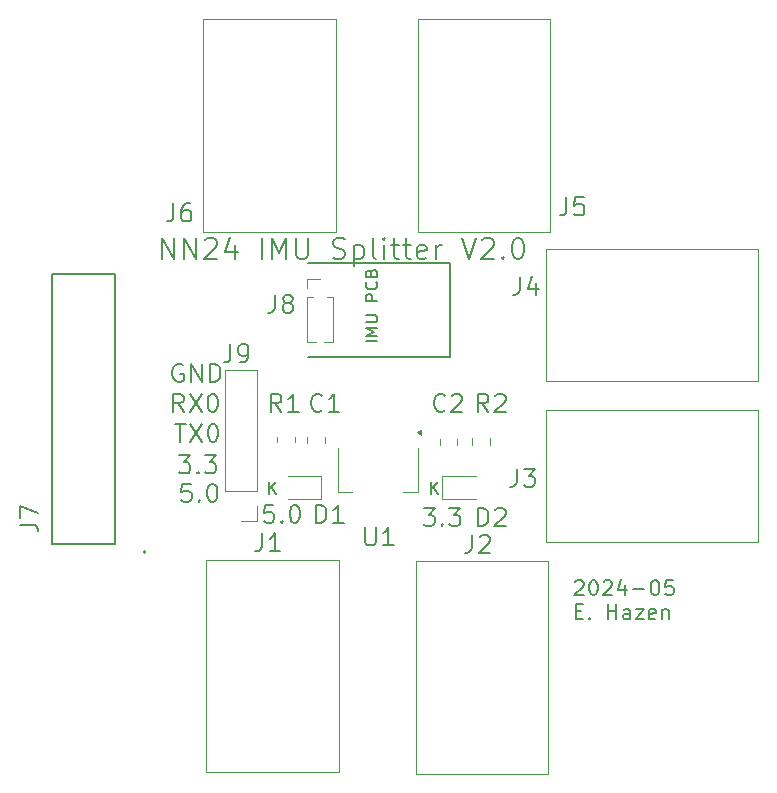
<source format=gbr>
%TF.GenerationSoftware,KiCad,Pcbnew,8.0.1-8.0.1-1~ubuntu22.04.1*%
%TF.CreationDate,2024-05-08T14:36:01-04:00*%
%TF.ProjectId,imu-splitter,696d752d-7370-46c6-9974-7465722e6b69,rev?*%
%TF.SameCoordinates,Original*%
%TF.FileFunction,Legend,Top*%
%TF.FilePolarity,Positive*%
%FSLAX46Y46*%
G04 Gerber Fmt 4.6, Leading zero omitted, Abs format (unit mm)*
G04 Created by KiCad (PCBNEW 8.0.1-8.0.1-1~ubuntu22.04.1) date 2024-05-08 14:36:01*
%MOMM*%
%LPD*%
G01*
G04 APERTURE LIST*
%ADD10C,0.150000*%
%ADD11C,0.203200*%
%ADD12C,0.152400*%
%ADD13C,0.100000*%
%ADD14C,0.120000*%
%ADD15C,0.200000*%
G04 APERTURE END LIST*
D10*
X196091000Y-98486000D02*
X184091000Y-98486000D01*
X196091000Y-90486000D02*
X196091000Y-98486000D01*
X184091000Y-90486000D02*
X196091000Y-90486000D01*
D11*
X172843826Y-104146924D02*
X173714684Y-104146924D01*
X173279255Y-105670924D02*
X173279255Y-104146924D01*
X174077541Y-104146924D02*
X175093541Y-105670924D01*
X175093541Y-104146924D02*
X174077541Y-105670924D01*
X175964398Y-104146924D02*
X176109541Y-104146924D01*
X176109541Y-104146924D02*
X176254684Y-104219495D01*
X176254684Y-104219495D02*
X176327256Y-104292067D01*
X176327256Y-104292067D02*
X176399827Y-104437210D01*
X176399827Y-104437210D02*
X176472398Y-104727495D01*
X176472398Y-104727495D02*
X176472398Y-105090353D01*
X176472398Y-105090353D02*
X176399827Y-105380638D01*
X176399827Y-105380638D02*
X176327256Y-105525781D01*
X176327256Y-105525781D02*
X176254684Y-105598353D01*
X176254684Y-105598353D02*
X176109541Y-105670924D01*
X176109541Y-105670924D02*
X175964398Y-105670924D01*
X175964398Y-105670924D02*
X175819256Y-105598353D01*
X175819256Y-105598353D02*
X175746684Y-105525781D01*
X175746684Y-105525781D02*
X175674113Y-105380638D01*
X175674113Y-105380638D02*
X175601541Y-105090353D01*
X175601541Y-105090353D02*
X175601541Y-104727495D01*
X175601541Y-104727495D02*
X175674113Y-104437210D01*
X175674113Y-104437210D02*
X175746684Y-104292067D01*
X175746684Y-104292067D02*
X175819256Y-104219495D01*
X175819256Y-104219495D02*
X175964398Y-104146924D01*
X173170398Y-106813924D02*
X174113826Y-106813924D01*
X174113826Y-106813924D02*
X173605826Y-107394495D01*
X173605826Y-107394495D02*
X173823541Y-107394495D01*
X173823541Y-107394495D02*
X173968684Y-107467067D01*
X173968684Y-107467067D02*
X174041255Y-107539638D01*
X174041255Y-107539638D02*
X174113826Y-107684781D01*
X174113826Y-107684781D02*
X174113826Y-108047638D01*
X174113826Y-108047638D02*
X174041255Y-108192781D01*
X174041255Y-108192781D02*
X173968684Y-108265353D01*
X173968684Y-108265353D02*
X173823541Y-108337924D01*
X173823541Y-108337924D02*
X173388112Y-108337924D01*
X173388112Y-108337924D02*
X173242969Y-108265353D01*
X173242969Y-108265353D02*
X173170398Y-108192781D01*
X174766970Y-108192781D02*
X174839541Y-108265353D01*
X174839541Y-108265353D02*
X174766970Y-108337924D01*
X174766970Y-108337924D02*
X174694398Y-108265353D01*
X174694398Y-108265353D02*
X174766970Y-108192781D01*
X174766970Y-108192781D02*
X174766970Y-108337924D01*
X175347541Y-106813924D02*
X176290969Y-106813924D01*
X176290969Y-106813924D02*
X175782969Y-107394495D01*
X175782969Y-107394495D02*
X176000684Y-107394495D01*
X176000684Y-107394495D02*
X176145827Y-107467067D01*
X176145827Y-107467067D02*
X176218398Y-107539638D01*
X176218398Y-107539638D02*
X176290969Y-107684781D01*
X176290969Y-107684781D02*
X176290969Y-108047638D01*
X176290969Y-108047638D02*
X176218398Y-108192781D01*
X176218398Y-108192781D02*
X176145827Y-108265353D01*
X176145827Y-108265353D02*
X176000684Y-108337924D01*
X176000684Y-108337924D02*
X175565255Y-108337924D01*
X175565255Y-108337924D02*
X175420112Y-108265353D01*
X175420112Y-108265353D02*
X175347541Y-108192781D01*
X173478826Y-99139495D02*
X173333684Y-99066924D01*
X173333684Y-99066924D02*
X173115969Y-99066924D01*
X173115969Y-99066924D02*
X172898255Y-99139495D01*
X172898255Y-99139495D02*
X172753112Y-99284638D01*
X172753112Y-99284638D02*
X172680541Y-99429781D01*
X172680541Y-99429781D02*
X172607969Y-99720067D01*
X172607969Y-99720067D02*
X172607969Y-99937781D01*
X172607969Y-99937781D02*
X172680541Y-100228067D01*
X172680541Y-100228067D02*
X172753112Y-100373210D01*
X172753112Y-100373210D02*
X172898255Y-100518353D01*
X172898255Y-100518353D02*
X173115969Y-100590924D01*
X173115969Y-100590924D02*
X173261112Y-100590924D01*
X173261112Y-100590924D02*
X173478826Y-100518353D01*
X173478826Y-100518353D02*
X173551398Y-100445781D01*
X173551398Y-100445781D02*
X173551398Y-99937781D01*
X173551398Y-99937781D02*
X173261112Y-99937781D01*
X174204541Y-100590924D02*
X174204541Y-99066924D01*
X174204541Y-99066924D02*
X175075398Y-100590924D01*
X175075398Y-100590924D02*
X175075398Y-99066924D01*
X175801112Y-100590924D02*
X175801112Y-99066924D01*
X175801112Y-99066924D02*
X176163969Y-99066924D01*
X176163969Y-99066924D02*
X176381683Y-99139495D01*
X176381683Y-99139495D02*
X176526826Y-99284638D01*
X176526826Y-99284638D02*
X176599397Y-99429781D01*
X176599397Y-99429781D02*
X176671969Y-99720067D01*
X176671969Y-99720067D02*
X176671969Y-99937781D01*
X176671969Y-99937781D02*
X176599397Y-100228067D01*
X176599397Y-100228067D02*
X176526826Y-100373210D01*
X176526826Y-100373210D02*
X176381683Y-100518353D01*
X176381683Y-100518353D02*
X176163969Y-100590924D01*
X176163969Y-100590924D02*
X175801112Y-100590924D01*
X173551398Y-103130924D02*
X173043398Y-102405210D01*
X172680541Y-103130924D02*
X172680541Y-101606924D01*
X172680541Y-101606924D02*
X173261112Y-101606924D01*
X173261112Y-101606924D02*
X173406255Y-101679495D01*
X173406255Y-101679495D02*
X173478826Y-101752067D01*
X173478826Y-101752067D02*
X173551398Y-101897210D01*
X173551398Y-101897210D02*
X173551398Y-102114924D01*
X173551398Y-102114924D02*
X173478826Y-102260067D01*
X173478826Y-102260067D02*
X173406255Y-102332638D01*
X173406255Y-102332638D02*
X173261112Y-102405210D01*
X173261112Y-102405210D02*
X172680541Y-102405210D01*
X174059398Y-101606924D02*
X175075398Y-103130924D01*
X175075398Y-101606924D02*
X174059398Y-103130924D01*
X175946255Y-101606924D02*
X176091398Y-101606924D01*
X176091398Y-101606924D02*
X176236541Y-101679495D01*
X176236541Y-101679495D02*
X176309113Y-101752067D01*
X176309113Y-101752067D02*
X176381684Y-101897210D01*
X176381684Y-101897210D02*
X176454255Y-102187495D01*
X176454255Y-102187495D02*
X176454255Y-102550353D01*
X176454255Y-102550353D02*
X176381684Y-102840638D01*
X176381684Y-102840638D02*
X176309113Y-102985781D01*
X176309113Y-102985781D02*
X176236541Y-103058353D01*
X176236541Y-103058353D02*
X176091398Y-103130924D01*
X176091398Y-103130924D02*
X175946255Y-103130924D01*
X175946255Y-103130924D02*
X175801113Y-103058353D01*
X175801113Y-103058353D02*
X175728541Y-102985781D01*
X175728541Y-102985781D02*
X175655970Y-102840638D01*
X175655970Y-102840638D02*
X175583398Y-102550353D01*
X175583398Y-102550353D02*
X175583398Y-102187495D01*
X175583398Y-102187495D02*
X175655970Y-101897210D01*
X175655970Y-101897210D02*
X175728541Y-101752067D01*
X175728541Y-101752067D02*
X175801113Y-101679495D01*
X175801113Y-101679495D02*
X175946255Y-101606924D01*
D10*
X180775779Y-110055819D02*
X180775779Y-109055819D01*
X181347207Y-110055819D02*
X180918636Y-109484390D01*
X181347207Y-109055819D02*
X180775779Y-109627247D01*
D11*
X193871398Y-111258924D02*
X194814826Y-111258924D01*
X194814826Y-111258924D02*
X194306826Y-111839495D01*
X194306826Y-111839495D02*
X194524541Y-111839495D01*
X194524541Y-111839495D02*
X194669684Y-111912067D01*
X194669684Y-111912067D02*
X194742255Y-111984638D01*
X194742255Y-111984638D02*
X194814826Y-112129781D01*
X194814826Y-112129781D02*
X194814826Y-112492638D01*
X194814826Y-112492638D02*
X194742255Y-112637781D01*
X194742255Y-112637781D02*
X194669684Y-112710353D01*
X194669684Y-112710353D02*
X194524541Y-112782924D01*
X194524541Y-112782924D02*
X194089112Y-112782924D01*
X194089112Y-112782924D02*
X193943969Y-112710353D01*
X193943969Y-112710353D02*
X193871398Y-112637781D01*
X195467970Y-112637781D02*
X195540541Y-112710353D01*
X195540541Y-112710353D02*
X195467970Y-112782924D01*
X195467970Y-112782924D02*
X195395398Y-112710353D01*
X195395398Y-112710353D02*
X195467970Y-112637781D01*
X195467970Y-112637781D02*
X195467970Y-112782924D01*
X196048541Y-111258924D02*
X196991969Y-111258924D01*
X196991969Y-111258924D02*
X196483969Y-111839495D01*
X196483969Y-111839495D02*
X196701684Y-111839495D01*
X196701684Y-111839495D02*
X196846827Y-111912067D01*
X196846827Y-111912067D02*
X196919398Y-111984638D01*
X196919398Y-111984638D02*
X196991969Y-112129781D01*
X196991969Y-112129781D02*
X196991969Y-112492638D01*
X196991969Y-112492638D02*
X196919398Y-112637781D01*
X196919398Y-112637781D02*
X196846827Y-112710353D01*
X196846827Y-112710353D02*
X196701684Y-112782924D01*
X196701684Y-112782924D02*
X196266255Y-112782924D01*
X196266255Y-112782924D02*
X196121112Y-112710353D01*
X196121112Y-112710353D02*
X196048541Y-112637781D01*
X171725017Y-90145840D02*
X171725017Y-88367840D01*
X171725017Y-88367840D02*
X172741017Y-90145840D01*
X172741017Y-90145840D02*
X172741017Y-88367840D01*
X173587684Y-90145840D02*
X173587684Y-88367840D01*
X173587684Y-88367840D02*
X174603684Y-90145840D01*
X174603684Y-90145840D02*
X174603684Y-88367840D01*
X175365684Y-88537174D02*
X175450351Y-88452507D01*
X175450351Y-88452507D02*
X175619684Y-88367840D01*
X175619684Y-88367840D02*
X176043018Y-88367840D01*
X176043018Y-88367840D02*
X176212351Y-88452507D01*
X176212351Y-88452507D02*
X176297018Y-88537174D01*
X176297018Y-88537174D02*
X176381684Y-88706507D01*
X176381684Y-88706507D02*
X176381684Y-88875840D01*
X176381684Y-88875840D02*
X176297018Y-89129840D01*
X176297018Y-89129840D02*
X175281018Y-90145840D01*
X175281018Y-90145840D02*
X176381684Y-90145840D01*
X177905684Y-88960507D02*
X177905684Y-90145840D01*
X177482351Y-88283174D02*
X177059017Y-89553174D01*
X177059017Y-89553174D02*
X178159684Y-89553174D01*
X180191684Y-90145840D02*
X180191684Y-88367840D01*
X181038351Y-90145840D02*
X181038351Y-88367840D01*
X181038351Y-88367840D02*
X181631018Y-89637840D01*
X181631018Y-89637840D02*
X182223684Y-88367840D01*
X182223684Y-88367840D02*
X182223684Y-90145840D01*
X183070351Y-88367840D02*
X183070351Y-89807174D01*
X183070351Y-89807174D02*
X183155018Y-89976507D01*
X183155018Y-89976507D02*
X183239684Y-90061174D01*
X183239684Y-90061174D02*
X183409018Y-90145840D01*
X183409018Y-90145840D02*
X183747684Y-90145840D01*
X183747684Y-90145840D02*
X183917018Y-90061174D01*
X183917018Y-90061174D02*
X184001684Y-89976507D01*
X184001684Y-89976507D02*
X184086351Y-89807174D01*
X184086351Y-89807174D02*
X184086351Y-88367840D01*
X186203018Y-90061174D02*
X186457018Y-90145840D01*
X186457018Y-90145840D02*
X186880352Y-90145840D01*
X186880352Y-90145840D02*
X187049685Y-90061174D01*
X187049685Y-90061174D02*
X187134352Y-89976507D01*
X187134352Y-89976507D02*
X187219018Y-89807174D01*
X187219018Y-89807174D02*
X187219018Y-89637840D01*
X187219018Y-89637840D02*
X187134352Y-89468507D01*
X187134352Y-89468507D02*
X187049685Y-89383840D01*
X187049685Y-89383840D02*
X186880352Y-89299174D01*
X186880352Y-89299174D02*
X186541685Y-89214507D01*
X186541685Y-89214507D02*
X186372352Y-89129840D01*
X186372352Y-89129840D02*
X186287685Y-89045174D01*
X186287685Y-89045174D02*
X186203018Y-88875840D01*
X186203018Y-88875840D02*
X186203018Y-88706507D01*
X186203018Y-88706507D02*
X186287685Y-88537174D01*
X186287685Y-88537174D02*
X186372352Y-88452507D01*
X186372352Y-88452507D02*
X186541685Y-88367840D01*
X186541685Y-88367840D02*
X186965018Y-88367840D01*
X186965018Y-88367840D02*
X187219018Y-88452507D01*
X187981018Y-88960507D02*
X187981018Y-90738507D01*
X187981018Y-89045174D02*
X188150351Y-88960507D01*
X188150351Y-88960507D02*
X188489018Y-88960507D01*
X188489018Y-88960507D02*
X188658351Y-89045174D01*
X188658351Y-89045174D02*
X188743018Y-89129840D01*
X188743018Y-89129840D02*
X188827685Y-89299174D01*
X188827685Y-89299174D02*
X188827685Y-89807174D01*
X188827685Y-89807174D02*
X188743018Y-89976507D01*
X188743018Y-89976507D02*
X188658351Y-90061174D01*
X188658351Y-90061174D02*
X188489018Y-90145840D01*
X188489018Y-90145840D02*
X188150351Y-90145840D01*
X188150351Y-90145840D02*
X187981018Y-90061174D01*
X189843685Y-90145840D02*
X189674352Y-90061174D01*
X189674352Y-90061174D02*
X189589685Y-89891840D01*
X189589685Y-89891840D02*
X189589685Y-88367840D01*
X190521018Y-90145840D02*
X190521018Y-88960507D01*
X190521018Y-88367840D02*
X190436351Y-88452507D01*
X190436351Y-88452507D02*
X190521018Y-88537174D01*
X190521018Y-88537174D02*
X190605685Y-88452507D01*
X190605685Y-88452507D02*
X190521018Y-88367840D01*
X190521018Y-88367840D02*
X190521018Y-88537174D01*
X191113685Y-88960507D02*
X191791018Y-88960507D01*
X191367685Y-88367840D02*
X191367685Y-89891840D01*
X191367685Y-89891840D02*
X191452352Y-90061174D01*
X191452352Y-90061174D02*
X191621685Y-90145840D01*
X191621685Y-90145840D02*
X191791018Y-90145840D01*
X192129685Y-88960507D02*
X192807018Y-88960507D01*
X192383685Y-88367840D02*
X192383685Y-89891840D01*
X192383685Y-89891840D02*
X192468352Y-90061174D01*
X192468352Y-90061174D02*
X192637685Y-90145840D01*
X192637685Y-90145840D02*
X192807018Y-90145840D01*
X194077018Y-90061174D02*
X193907685Y-90145840D01*
X193907685Y-90145840D02*
X193569018Y-90145840D01*
X193569018Y-90145840D02*
X193399685Y-90061174D01*
X193399685Y-90061174D02*
X193315018Y-89891840D01*
X193315018Y-89891840D02*
X193315018Y-89214507D01*
X193315018Y-89214507D02*
X193399685Y-89045174D01*
X193399685Y-89045174D02*
X193569018Y-88960507D01*
X193569018Y-88960507D02*
X193907685Y-88960507D01*
X193907685Y-88960507D02*
X194077018Y-89045174D01*
X194077018Y-89045174D02*
X194161685Y-89214507D01*
X194161685Y-89214507D02*
X194161685Y-89383840D01*
X194161685Y-89383840D02*
X193315018Y-89553174D01*
X194923685Y-90145840D02*
X194923685Y-88960507D01*
X194923685Y-89299174D02*
X195008352Y-89129840D01*
X195008352Y-89129840D02*
X195093018Y-89045174D01*
X195093018Y-89045174D02*
X195262352Y-88960507D01*
X195262352Y-88960507D02*
X195431685Y-88960507D01*
X197125019Y-88367840D02*
X197717686Y-90145840D01*
X197717686Y-90145840D02*
X198310352Y-88367840D01*
X198818352Y-88537174D02*
X198903019Y-88452507D01*
X198903019Y-88452507D02*
X199072352Y-88367840D01*
X199072352Y-88367840D02*
X199495686Y-88367840D01*
X199495686Y-88367840D02*
X199665019Y-88452507D01*
X199665019Y-88452507D02*
X199749686Y-88537174D01*
X199749686Y-88537174D02*
X199834352Y-88706507D01*
X199834352Y-88706507D02*
X199834352Y-88875840D01*
X199834352Y-88875840D02*
X199749686Y-89129840D01*
X199749686Y-89129840D02*
X198733686Y-90145840D01*
X198733686Y-90145840D02*
X199834352Y-90145840D01*
X200596352Y-89976507D02*
X200681019Y-90061174D01*
X200681019Y-90061174D02*
X200596352Y-90145840D01*
X200596352Y-90145840D02*
X200511685Y-90061174D01*
X200511685Y-90061174D02*
X200596352Y-89976507D01*
X200596352Y-89976507D02*
X200596352Y-90145840D01*
X201781686Y-88367840D02*
X201951019Y-88367840D01*
X201951019Y-88367840D02*
X202120352Y-88452507D01*
X202120352Y-88452507D02*
X202205019Y-88537174D01*
X202205019Y-88537174D02*
X202289686Y-88706507D01*
X202289686Y-88706507D02*
X202374352Y-89045174D01*
X202374352Y-89045174D02*
X202374352Y-89468507D01*
X202374352Y-89468507D02*
X202289686Y-89807174D01*
X202289686Y-89807174D02*
X202205019Y-89976507D01*
X202205019Y-89976507D02*
X202120352Y-90061174D01*
X202120352Y-90061174D02*
X201951019Y-90145840D01*
X201951019Y-90145840D02*
X201781686Y-90145840D01*
X201781686Y-90145840D02*
X201612352Y-90061174D01*
X201612352Y-90061174D02*
X201527686Y-89976507D01*
X201527686Y-89976507D02*
X201443019Y-89807174D01*
X201443019Y-89807174D02*
X201358352Y-89468507D01*
X201358352Y-89468507D02*
X201358352Y-89045174D01*
X201358352Y-89045174D02*
X201443019Y-88706507D01*
X201443019Y-88706507D02*
X201527686Y-88537174D01*
X201527686Y-88537174D02*
X201612352Y-88452507D01*
X201612352Y-88452507D02*
X201781686Y-88367840D01*
D10*
X194491779Y-110055819D02*
X194491779Y-109055819D01*
X195063207Y-110055819D02*
X194634636Y-109484390D01*
X195063207Y-109055819D02*
X194491779Y-109627247D01*
X189960819Y-97149220D02*
X188960819Y-97149220D01*
X189960819Y-96673030D02*
X188960819Y-96673030D01*
X188960819Y-96673030D02*
X189675104Y-96339697D01*
X189675104Y-96339697D02*
X188960819Y-96006364D01*
X188960819Y-96006364D02*
X189960819Y-96006364D01*
X188960819Y-95530173D02*
X189770342Y-95530173D01*
X189770342Y-95530173D02*
X189865580Y-95482554D01*
X189865580Y-95482554D02*
X189913200Y-95434935D01*
X189913200Y-95434935D02*
X189960819Y-95339697D01*
X189960819Y-95339697D02*
X189960819Y-95149221D01*
X189960819Y-95149221D02*
X189913200Y-95053983D01*
X189913200Y-95053983D02*
X189865580Y-95006364D01*
X189865580Y-95006364D02*
X189770342Y-94958745D01*
X189770342Y-94958745D02*
X188960819Y-94958745D01*
X189960819Y-93720649D02*
X188960819Y-93720649D01*
X188960819Y-93720649D02*
X188960819Y-93339697D01*
X188960819Y-93339697D02*
X189008438Y-93244459D01*
X189008438Y-93244459D02*
X189056057Y-93196840D01*
X189056057Y-93196840D02*
X189151295Y-93149221D01*
X189151295Y-93149221D02*
X189294152Y-93149221D01*
X189294152Y-93149221D02*
X189389390Y-93196840D01*
X189389390Y-93196840D02*
X189437009Y-93244459D01*
X189437009Y-93244459D02*
X189484628Y-93339697D01*
X189484628Y-93339697D02*
X189484628Y-93720649D01*
X189865580Y-92149221D02*
X189913200Y-92196840D01*
X189913200Y-92196840D02*
X189960819Y-92339697D01*
X189960819Y-92339697D02*
X189960819Y-92434935D01*
X189960819Y-92434935D02*
X189913200Y-92577792D01*
X189913200Y-92577792D02*
X189817961Y-92673030D01*
X189817961Y-92673030D02*
X189722723Y-92720649D01*
X189722723Y-92720649D02*
X189532247Y-92768268D01*
X189532247Y-92768268D02*
X189389390Y-92768268D01*
X189389390Y-92768268D02*
X189198914Y-92720649D01*
X189198914Y-92720649D02*
X189103676Y-92673030D01*
X189103676Y-92673030D02*
X189008438Y-92577792D01*
X189008438Y-92577792D02*
X188960819Y-92434935D01*
X188960819Y-92434935D02*
X188960819Y-92339697D01*
X188960819Y-92339697D02*
X189008438Y-92196840D01*
X189008438Y-92196840D02*
X189056057Y-92149221D01*
X189437009Y-91387316D02*
X189484628Y-91244459D01*
X189484628Y-91244459D02*
X189532247Y-91196840D01*
X189532247Y-91196840D02*
X189627485Y-91149221D01*
X189627485Y-91149221D02*
X189770342Y-91149221D01*
X189770342Y-91149221D02*
X189865580Y-91196840D01*
X189865580Y-91196840D02*
X189913200Y-91244459D01*
X189913200Y-91244459D02*
X189960819Y-91339697D01*
X189960819Y-91339697D02*
X189960819Y-91720649D01*
X189960819Y-91720649D02*
X188960819Y-91720649D01*
X188960819Y-91720649D02*
X188960819Y-91387316D01*
X188960819Y-91387316D02*
X189008438Y-91292078D01*
X189008438Y-91292078D02*
X189056057Y-91244459D01*
X189056057Y-91244459D02*
X189151295Y-91196840D01*
X189151295Y-91196840D02*
X189246533Y-91196840D01*
X189246533Y-91196840D02*
X189341771Y-91244459D01*
X189341771Y-91244459D02*
X189389390Y-91292078D01*
X189389390Y-91292078D02*
X189437009Y-91387316D01*
X189437009Y-91387316D02*
X189437009Y-91720649D01*
D12*
X206689167Y-117496974D02*
X206749643Y-117436498D01*
X206749643Y-117436498D02*
X206870596Y-117376022D01*
X206870596Y-117376022D02*
X207172977Y-117376022D01*
X207172977Y-117376022D02*
X207293929Y-117436498D01*
X207293929Y-117436498D02*
X207354405Y-117496974D01*
X207354405Y-117496974D02*
X207414882Y-117617926D01*
X207414882Y-117617926D02*
X207414882Y-117738879D01*
X207414882Y-117738879D02*
X207354405Y-117920307D01*
X207354405Y-117920307D02*
X206628691Y-118646022D01*
X206628691Y-118646022D02*
X207414882Y-118646022D01*
X208201072Y-117376022D02*
X208322025Y-117376022D01*
X208322025Y-117376022D02*
X208442977Y-117436498D01*
X208442977Y-117436498D02*
X208503453Y-117496974D01*
X208503453Y-117496974D02*
X208563929Y-117617926D01*
X208563929Y-117617926D02*
X208624406Y-117859831D01*
X208624406Y-117859831D02*
X208624406Y-118162212D01*
X208624406Y-118162212D02*
X208563929Y-118404117D01*
X208563929Y-118404117D02*
X208503453Y-118525069D01*
X208503453Y-118525069D02*
X208442977Y-118585546D01*
X208442977Y-118585546D02*
X208322025Y-118646022D01*
X208322025Y-118646022D02*
X208201072Y-118646022D01*
X208201072Y-118646022D02*
X208080120Y-118585546D01*
X208080120Y-118585546D02*
X208019644Y-118525069D01*
X208019644Y-118525069D02*
X207959167Y-118404117D01*
X207959167Y-118404117D02*
X207898691Y-118162212D01*
X207898691Y-118162212D02*
X207898691Y-117859831D01*
X207898691Y-117859831D02*
X207959167Y-117617926D01*
X207959167Y-117617926D02*
X208019644Y-117496974D01*
X208019644Y-117496974D02*
X208080120Y-117436498D01*
X208080120Y-117436498D02*
X208201072Y-117376022D01*
X209108215Y-117496974D02*
X209168691Y-117436498D01*
X209168691Y-117436498D02*
X209289644Y-117376022D01*
X209289644Y-117376022D02*
X209592025Y-117376022D01*
X209592025Y-117376022D02*
X209712977Y-117436498D01*
X209712977Y-117436498D02*
X209773453Y-117496974D01*
X209773453Y-117496974D02*
X209833930Y-117617926D01*
X209833930Y-117617926D02*
X209833930Y-117738879D01*
X209833930Y-117738879D02*
X209773453Y-117920307D01*
X209773453Y-117920307D02*
X209047739Y-118646022D01*
X209047739Y-118646022D02*
X209833930Y-118646022D01*
X210922501Y-117799355D02*
X210922501Y-118646022D01*
X210620120Y-117315546D02*
X210317739Y-118222688D01*
X210317739Y-118222688D02*
X211103930Y-118222688D01*
X211587739Y-118162212D02*
X212555359Y-118162212D01*
X213402025Y-117376022D02*
X213522978Y-117376022D01*
X213522978Y-117376022D02*
X213643930Y-117436498D01*
X213643930Y-117436498D02*
X213704406Y-117496974D01*
X213704406Y-117496974D02*
X213764882Y-117617926D01*
X213764882Y-117617926D02*
X213825359Y-117859831D01*
X213825359Y-117859831D02*
X213825359Y-118162212D01*
X213825359Y-118162212D02*
X213764882Y-118404117D01*
X213764882Y-118404117D02*
X213704406Y-118525069D01*
X213704406Y-118525069D02*
X213643930Y-118585546D01*
X213643930Y-118585546D02*
X213522978Y-118646022D01*
X213522978Y-118646022D02*
X213402025Y-118646022D01*
X213402025Y-118646022D02*
X213281073Y-118585546D01*
X213281073Y-118585546D02*
X213220597Y-118525069D01*
X213220597Y-118525069D02*
X213160120Y-118404117D01*
X213160120Y-118404117D02*
X213099644Y-118162212D01*
X213099644Y-118162212D02*
X213099644Y-117859831D01*
X213099644Y-117859831D02*
X213160120Y-117617926D01*
X213160120Y-117617926D02*
X213220597Y-117496974D01*
X213220597Y-117496974D02*
X213281073Y-117436498D01*
X213281073Y-117436498D02*
X213402025Y-117376022D01*
X214974406Y-117376022D02*
X214369644Y-117376022D01*
X214369644Y-117376022D02*
X214309168Y-117980784D01*
X214309168Y-117980784D02*
X214369644Y-117920307D01*
X214369644Y-117920307D02*
X214490597Y-117859831D01*
X214490597Y-117859831D02*
X214792978Y-117859831D01*
X214792978Y-117859831D02*
X214913930Y-117920307D01*
X214913930Y-117920307D02*
X214974406Y-117980784D01*
X214974406Y-117980784D02*
X215034883Y-118101736D01*
X215034883Y-118101736D02*
X215034883Y-118404117D01*
X215034883Y-118404117D02*
X214974406Y-118525069D01*
X214974406Y-118525069D02*
X214913930Y-118585546D01*
X214913930Y-118585546D02*
X214792978Y-118646022D01*
X214792978Y-118646022D02*
X214490597Y-118646022D01*
X214490597Y-118646022D02*
X214369644Y-118585546D01*
X214369644Y-118585546D02*
X214309168Y-118525069D01*
X206749643Y-120025413D02*
X207172977Y-120025413D01*
X207354405Y-120690651D02*
X206749643Y-120690651D01*
X206749643Y-120690651D02*
X206749643Y-119420651D01*
X206749643Y-119420651D02*
X207354405Y-119420651D01*
X207898691Y-120569698D02*
X207959168Y-120630175D01*
X207959168Y-120630175D02*
X207898691Y-120690651D01*
X207898691Y-120690651D02*
X207838215Y-120630175D01*
X207838215Y-120630175D02*
X207898691Y-120569698D01*
X207898691Y-120569698D02*
X207898691Y-120690651D01*
X209471072Y-120690651D02*
X209471072Y-119420651D01*
X209471072Y-120025413D02*
X210196787Y-120025413D01*
X210196787Y-120690651D02*
X210196787Y-119420651D01*
X211345834Y-120690651D02*
X211345834Y-120025413D01*
X211345834Y-120025413D02*
X211285358Y-119904460D01*
X211285358Y-119904460D02*
X211164406Y-119843984D01*
X211164406Y-119843984D02*
X210922501Y-119843984D01*
X210922501Y-119843984D02*
X210801548Y-119904460D01*
X211345834Y-120630175D02*
X211224882Y-120690651D01*
X211224882Y-120690651D02*
X210922501Y-120690651D01*
X210922501Y-120690651D02*
X210801548Y-120630175D01*
X210801548Y-120630175D02*
X210741072Y-120509222D01*
X210741072Y-120509222D02*
X210741072Y-120388270D01*
X210741072Y-120388270D02*
X210801548Y-120267317D01*
X210801548Y-120267317D02*
X210922501Y-120206841D01*
X210922501Y-120206841D02*
X211224882Y-120206841D01*
X211224882Y-120206841D02*
X211345834Y-120146365D01*
X211829644Y-119843984D02*
X212494882Y-119843984D01*
X212494882Y-119843984D02*
X211829644Y-120690651D01*
X211829644Y-120690651D02*
X212494882Y-120690651D01*
X213462501Y-120630175D02*
X213341549Y-120690651D01*
X213341549Y-120690651D02*
X213099644Y-120690651D01*
X213099644Y-120690651D02*
X212978691Y-120630175D01*
X212978691Y-120630175D02*
X212918215Y-120509222D01*
X212918215Y-120509222D02*
X212918215Y-120025413D01*
X212918215Y-120025413D02*
X212978691Y-119904460D01*
X212978691Y-119904460D02*
X213099644Y-119843984D01*
X213099644Y-119843984D02*
X213341549Y-119843984D01*
X213341549Y-119843984D02*
X213462501Y-119904460D01*
X213462501Y-119904460D02*
X213522977Y-120025413D01*
X213522977Y-120025413D02*
X213522977Y-120146365D01*
X213522977Y-120146365D02*
X212918215Y-120267317D01*
X214067262Y-119843984D02*
X214067262Y-120690651D01*
X214067262Y-119964936D02*
X214127739Y-119904460D01*
X214127739Y-119904460D02*
X214248691Y-119843984D01*
X214248691Y-119843984D02*
X214430120Y-119843984D01*
X214430120Y-119843984D02*
X214551072Y-119904460D01*
X214551072Y-119904460D02*
X214611548Y-120025413D01*
X214611548Y-120025413D02*
X214611548Y-120690651D01*
D11*
X174168255Y-109226924D02*
X173442541Y-109226924D01*
X173442541Y-109226924D02*
X173369969Y-109952638D01*
X173369969Y-109952638D02*
X173442541Y-109880067D01*
X173442541Y-109880067D02*
X173587684Y-109807495D01*
X173587684Y-109807495D02*
X173950541Y-109807495D01*
X173950541Y-109807495D02*
X174095684Y-109880067D01*
X174095684Y-109880067D02*
X174168255Y-109952638D01*
X174168255Y-109952638D02*
X174240826Y-110097781D01*
X174240826Y-110097781D02*
X174240826Y-110460638D01*
X174240826Y-110460638D02*
X174168255Y-110605781D01*
X174168255Y-110605781D02*
X174095684Y-110678353D01*
X174095684Y-110678353D02*
X173950541Y-110750924D01*
X173950541Y-110750924D02*
X173587684Y-110750924D01*
X173587684Y-110750924D02*
X173442541Y-110678353D01*
X173442541Y-110678353D02*
X173369969Y-110605781D01*
X174893970Y-110605781D02*
X174966541Y-110678353D01*
X174966541Y-110678353D02*
X174893970Y-110750924D01*
X174893970Y-110750924D02*
X174821398Y-110678353D01*
X174821398Y-110678353D02*
X174893970Y-110605781D01*
X174893970Y-110605781D02*
X174893970Y-110750924D01*
X175909969Y-109226924D02*
X176055112Y-109226924D01*
X176055112Y-109226924D02*
X176200255Y-109299495D01*
X176200255Y-109299495D02*
X176272827Y-109372067D01*
X176272827Y-109372067D02*
X176345398Y-109517210D01*
X176345398Y-109517210D02*
X176417969Y-109807495D01*
X176417969Y-109807495D02*
X176417969Y-110170353D01*
X176417969Y-110170353D02*
X176345398Y-110460638D01*
X176345398Y-110460638D02*
X176272827Y-110605781D01*
X176272827Y-110605781D02*
X176200255Y-110678353D01*
X176200255Y-110678353D02*
X176055112Y-110750924D01*
X176055112Y-110750924D02*
X175909969Y-110750924D01*
X175909969Y-110750924D02*
X175764827Y-110678353D01*
X175764827Y-110678353D02*
X175692255Y-110605781D01*
X175692255Y-110605781D02*
X175619684Y-110460638D01*
X175619684Y-110460638D02*
X175547112Y-110170353D01*
X175547112Y-110170353D02*
X175547112Y-109807495D01*
X175547112Y-109807495D02*
X175619684Y-109517210D01*
X175619684Y-109517210D02*
X175692255Y-109372067D01*
X175692255Y-109372067D02*
X175764827Y-109299495D01*
X175764827Y-109299495D02*
X175909969Y-109226924D01*
X181153255Y-111004924D02*
X180427541Y-111004924D01*
X180427541Y-111004924D02*
X180354969Y-111730638D01*
X180354969Y-111730638D02*
X180427541Y-111658067D01*
X180427541Y-111658067D02*
X180572684Y-111585495D01*
X180572684Y-111585495D02*
X180935541Y-111585495D01*
X180935541Y-111585495D02*
X181080684Y-111658067D01*
X181080684Y-111658067D02*
X181153255Y-111730638D01*
X181153255Y-111730638D02*
X181225826Y-111875781D01*
X181225826Y-111875781D02*
X181225826Y-112238638D01*
X181225826Y-112238638D02*
X181153255Y-112383781D01*
X181153255Y-112383781D02*
X181080684Y-112456353D01*
X181080684Y-112456353D02*
X180935541Y-112528924D01*
X180935541Y-112528924D02*
X180572684Y-112528924D01*
X180572684Y-112528924D02*
X180427541Y-112456353D01*
X180427541Y-112456353D02*
X180354969Y-112383781D01*
X181878970Y-112383781D02*
X181951541Y-112456353D01*
X181951541Y-112456353D02*
X181878970Y-112528924D01*
X181878970Y-112528924D02*
X181806398Y-112456353D01*
X181806398Y-112456353D02*
X181878970Y-112383781D01*
X181878970Y-112383781D02*
X181878970Y-112528924D01*
X182894969Y-111004924D02*
X183040112Y-111004924D01*
X183040112Y-111004924D02*
X183185255Y-111077495D01*
X183185255Y-111077495D02*
X183257827Y-111150067D01*
X183257827Y-111150067D02*
X183330398Y-111295210D01*
X183330398Y-111295210D02*
X183402969Y-111585495D01*
X183402969Y-111585495D02*
X183402969Y-111948353D01*
X183402969Y-111948353D02*
X183330398Y-112238638D01*
X183330398Y-112238638D02*
X183257827Y-112383781D01*
X183257827Y-112383781D02*
X183185255Y-112456353D01*
X183185255Y-112456353D02*
X183040112Y-112528924D01*
X183040112Y-112528924D02*
X182894969Y-112528924D01*
X182894969Y-112528924D02*
X182749827Y-112456353D01*
X182749827Y-112456353D02*
X182677255Y-112383781D01*
X182677255Y-112383781D02*
X182604684Y-112238638D01*
X182604684Y-112238638D02*
X182532112Y-111948353D01*
X182532112Y-111948353D02*
X182532112Y-111585495D01*
X182532112Y-111585495D02*
X182604684Y-111295210D01*
X182604684Y-111295210D02*
X182677255Y-111150067D01*
X182677255Y-111150067D02*
X182749827Y-111077495D01*
X182749827Y-111077495D02*
X182894969Y-111004924D01*
X172691999Y-85480464D02*
X172691999Y-86569035D01*
X172691999Y-86569035D02*
X172619428Y-86786750D01*
X172619428Y-86786750D02*
X172474285Y-86931893D01*
X172474285Y-86931893D02*
X172256571Y-87004464D01*
X172256571Y-87004464D02*
X172111428Y-87004464D01*
X174070857Y-85480464D02*
X173780571Y-85480464D01*
X173780571Y-85480464D02*
X173635428Y-85553035D01*
X173635428Y-85553035D02*
X173562857Y-85625607D01*
X173562857Y-85625607D02*
X173417714Y-85843321D01*
X173417714Y-85843321D02*
X173345142Y-86133607D01*
X173345142Y-86133607D02*
X173345142Y-86714178D01*
X173345142Y-86714178D02*
X173417714Y-86859321D01*
X173417714Y-86859321D02*
X173490285Y-86931893D01*
X173490285Y-86931893D02*
X173635428Y-87004464D01*
X173635428Y-87004464D02*
X173925714Y-87004464D01*
X173925714Y-87004464D02*
X174070857Y-86931893D01*
X174070857Y-86931893D02*
X174143428Y-86859321D01*
X174143428Y-86859321D02*
X174215999Y-86714178D01*
X174215999Y-86714178D02*
X174215999Y-86351321D01*
X174215999Y-86351321D02*
X174143428Y-86206178D01*
X174143428Y-86206178D02*
X174070857Y-86133607D01*
X174070857Y-86133607D02*
X173925714Y-86061035D01*
X173925714Y-86061035D02*
X173635428Y-86061035D01*
X173635428Y-86061035D02*
X173490285Y-86133607D01*
X173490285Y-86133607D02*
X173417714Y-86206178D01*
X173417714Y-86206178D02*
X173345142Y-86351321D01*
X185265000Y-102988321D02*
X185192428Y-103060893D01*
X185192428Y-103060893D02*
X184974714Y-103133464D01*
X184974714Y-103133464D02*
X184829571Y-103133464D01*
X184829571Y-103133464D02*
X184611857Y-103060893D01*
X184611857Y-103060893D02*
X184466714Y-102915750D01*
X184466714Y-102915750D02*
X184394143Y-102770607D01*
X184394143Y-102770607D02*
X184321571Y-102480321D01*
X184321571Y-102480321D02*
X184321571Y-102262607D01*
X184321571Y-102262607D02*
X184394143Y-101972321D01*
X184394143Y-101972321D02*
X184466714Y-101827178D01*
X184466714Y-101827178D02*
X184611857Y-101682035D01*
X184611857Y-101682035D02*
X184829571Y-101609464D01*
X184829571Y-101609464D02*
X184974714Y-101609464D01*
X184974714Y-101609464D02*
X185192428Y-101682035D01*
X185192428Y-101682035D02*
X185265000Y-101754607D01*
X186716428Y-103133464D02*
X185845571Y-103133464D01*
X186281000Y-103133464D02*
X186281000Y-101609464D01*
X186281000Y-101609464D02*
X186135857Y-101827178D01*
X186135857Y-101827178D02*
X185990714Y-101972321D01*
X185990714Y-101972321D02*
X185845571Y-102044893D01*
X181291999Y-93237464D02*
X181291999Y-94326035D01*
X181291999Y-94326035D02*
X181219428Y-94543750D01*
X181219428Y-94543750D02*
X181074285Y-94688893D01*
X181074285Y-94688893D02*
X180856571Y-94761464D01*
X180856571Y-94761464D02*
X180711428Y-94761464D01*
X182235428Y-93890607D02*
X182090285Y-93818035D01*
X182090285Y-93818035D02*
X182017714Y-93745464D01*
X182017714Y-93745464D02*
X181945142Y-93600321D01*
X181945142Y-93600321D02*
X181945142Y-93527750D01*
X181945142Y-93527750D02*
X182017714Y-93382607D01*
X182017714Y-93382607D02*
X182090285Y-93310035D01*
X182090285Y-93310035D02*
X182235428Y-93237464D01*
X182235428Y-93237464D02*
X182525714Y-93237464D01*
X182525714Y-93237464D02*
X182670857Y-93310035D01*
X182670857Y-93310035D02*
X182743428Y-93382607D01*
X182743428Y-93382607D02*
X182815999Y-93527750D01*
X182815999Y-93527750D02*
X182815999Y-93600321D01*
X182815999Y-93600321D02*
X182743428Y-93745464D01*
X182743428Y-93745464D02*
X182670857Y-93818035D01*
X182670857Y-93818035D02*
X182525714Y-93890607D01*
X182525714Y-93890607D02*
X182235428Y-93890607D01*
X182235428Y-93890607D02*
X182090285Y-93963178D01*
X182090285Y-93963178D02*
X182017714Y-94035750D01*
X182017714Y-94035750D02*
X181945142Y-94180893D01*
X181945142Y-94180893D02*
X181945142Y-94471178D01*
X181945142Y-94471178D02*
X182017714Y-94616321D01*
X182017714Y-94616321D02*
X182090285Y-94688893D01*
X182090285Y-94688893D02*
X182235428Y-94761464D01*
X182235428Y-94761464D02*
X182525714Y-94761464D01*
X182525714Y-94761464D02*
X182670857Y-94688893D01*
X182670857Y-94688893D02*
X182743428Y-94616321D01*
X182743428Y-94616321D02*
X182815999Y-94471178D01*
X182815999Y-94471178D02*
X182815999Y-94180893D01*
X182815999Y-94180893D02*
X182743428Y-94035750D01*
X182743428Y-94035750D02*
X182670857Y-93963178D01*
X182670857Y-93963178D02*
X182525714Y-93890607D01*
X195679000Y-102988321D02*
X195606428Y-103060893D01*
X195606428Y-103060893D02*
X195388714Y-103133464D01*
X195388714Y-103133464D02*
X195243571Y-103133464D01*
X195243571Y-103133464D02*
X195025857Y-103060893D01*
X195025857Y-103060893D02*
X194880714Y-102915750D01*
X194880714Y-102915750D02*
X194808143Y-102770607D01*
X194808143Y-102770607D02*
X194735571Y-102480321D01*
X194735571Y-102480321D02*
X194735571Y-102262607D01*
X194735571Y-102262607D02*
X194808143Y-101972321D01*
X194808143Y-101972321D02*
X194880714Y-101827178D01*
X194880714Y-101827178D02*
X195025857Y-101682035D01*
X195025857Y-101682035D02*
X195243571Y-101609464D01*
X195243571Y-101609464D02*
X195388714Y-101609464D01*
X195388714Y-101609464D02*
X195606428Y-101682035D01*
X195606428Y-101682035D02*
X195679000Y-101754607D01*
X196259571Y-101754607D02*
X196332143Y-101682035D01*
X196332143Y-101682035D02*
X196477286Y-101609464D01*
X196477286Y-101609464D02*
X196840143Y-101609464D01*
X196840143Y-101609464D02*
X196985286Y-101682035D01*
X196985286Y-101682035D02*
X197057857Y-101754607D01*
X197057857Y-101754607D02*
X197130428Y-101899750D01*
X197130428Y-101899750D02*
X197130428Y-102044893D01*
X197130428Y-102044893D02*
X197057857Y-102262607D01*
X197057857Y-102262607D02*
X196187000Y-103133464D01*
X196187000Y-103133464D02*
X197130428Y-103133464D01*
X159677964Y-112675500D02*
X160766535Y-112675500D01*
X160766535Y-112675500D02*
X160984250Y-112748071D01*
X160984250Y-112748071D02*
X161129393Y-112893214D01*
X161129393Y-112893214D02*
X161201964Y-113110928D01*
X161201964Y-113110928D02*
X161201964Y-113256071D01*
X159677964Y-112094928D02*
X159677964Y-111078928D01*
X159677964Y-111078928D02*
X161201964Y-111732071D01*
X180184999Y-113420464D02*
X180184999Y-114509035D01*
X180184999Y-114509035D02*
X180112428Y-114726750D01*
X180112428Y-114726750D02*
X179967285Y-114871893D01*
X179967285Y-114871893D02*
X179749571Y-114944464D01*
X179749571Y-114944464D02*
X179604428Y-114944464D01*
X181708999Y-114944464D02*
X180838142Y-114944464D01*
X181273571Y-114944464D02*
X181273571Y-113420464D01*
X181273571Y-113420464D02*
X181128428Y-113638178D01*
X181128428Y-113638178D02*
X180983285Y-113783321D01*
X180983285Y-113783321D02*
X180838142Y-113855893D01*
X197964999Y-113547464D02*
X197964999Y-114636035D01*
X197964999Y-114636035D02*
X197892428Y-114853750D01*
X197892428Y-114853750D02*
X197747285Y-114998893D01*
X197747285Y-114998893D02*
X197529571Y-115071464D01*
X197529571Y-115071464D02*
X197384428Y-115071464D01*
X198618142Y-113692607D02*
X198690714Y-113620035D01*
X198690714Y-113620035D02*
X198835857Y-113547464D01*
X198835857Y-113547464D02*
X199198714Y-113547464D01*
X199198714Y-113547464D02*
X199343857Y-113620035D01*
X199343857Y-113620035D02*
X199416428Y-113692607D01*
X199416428Y-113692607D02*
X199488999Y-113837750D01*
X199488999Y-113837750D02*
X199488999Y-113982893D01*
X199488999Y-113982893D02*
X199416428Y-114200607D01*
X199416428Y-114200607D02*
X198545571Y-115071464D01*
X198545571Y-115071464D02*
X199488999Y-115071464D01*
X198491143Y-112785464D02*
X198491143Y-111261464D01*
X198491143Y-111261464D02*
X198854000Y-111261464D01*
X198854000Y-111261464D02*
X199071714Y-111334035D01*
X199071714Y-111334035D02*
X199216857Y-111479178D01*
X199216857Y-111479178D02*
X199289428Y-111624321D01*
X199289428Y-111624321D02*
X199362000Y-111914607D01*
X199362000Y-111914607D02*
X199362000Y-112132321D01*
X199362000Y-112132321D02*
X199289428Y-112422607D01*
X199289428Y-112422607D02*
X199216857Y-112567750D01*
X199216857Y-112567750D02*
X199071714Y-112712893D01*
X199071714Y-112712893D02*
X198854000Y-112785464D01*
X198854000Y-112785464D02*
X198491143Y-112785464D01*
X199942571Y-111406607D02*
X200015143Y-111334035D01*
X200015143Y-111334035D02*
X200160286Y-111261464D01*
X200160286Y-111261464D02*
X200523143Y-111261464D01*
X200523143Y-111261464D02*
X200668286Y-111334035D01*
X200668286Y-111334035D02*
X200740857Y-111406607D01*
X200740857Y-111406607D02*
X200813428Y-111551750D01*
X200813428Y-111551750D02*
X200813428Y-111696893D01*
X200813428Y-111696893D02*
X200740857Y-111914607D01*
X200740857Y-111914607D02*
X199870000Y-112785464D01*
X199870000Y-112785464D02*
X200813428Y-112785464D01*
X177517999Y-97418464D02*
X177517999Y-98507035D01*
X177517999Y-98507035D02*
X177445428Y-98724750D01*
X177445428Y-98724750D02*
X177300285Y-98869893D01*
X177300285Y-98869893D02*
X177082571Y-98942464D01*
X177082571Y-98942464D02*
X176937428Y-98942464D01*
X178316285Y-98942464D02*
X178606571Y-98942464D01*
X178606571Y-98942464D02*
X178751714Y-98869893D01*
X178751714Y-98869893D02*
X178824285Y-98797321D01*
X178824285Y-98797321D02*
X178969428Y-98579607D01*
X178969428Y-98579607D02*
X179041999Y-98289321D01*
X179041999Y-98289321D02*
X179041999Y-97708750D01*
X179041999Y-97708750D02*
X178969428Y-97563607D01*
X178969428Y-97563607D02*
X178896857Y-97491035D01*
X178896857Y-97491035D02*
X178751714Y-97418464D01*
X178751714Y-97418464D02*
X178461428Y-97418464D01*
X178461428Y-97418464D02*
X178316285Y-97491035D01*
X178316285Y-97491035D02*
X178243714Y-97563607D01*
X178243714Y-97563607D02*
X178171142Y-97708750D01*
X178171142Y-97708750D02*
X178171142Y-98071607D01*
X178171142Y-98071607D02*
X178243714Y-98216750D01*
X178243714Y-98216750D02*
X178316285Y-98289321D01*
X178316285Y-98289321D02*
X178461428Y-98361893D01*
X178461428Y-98361893D02*
X178751714Y-98361893D01*
X178751714Y-98361893D02*
X178896857Y-98289321D01*
X178896857Y-98289321D02*
X178969428Y-98216750D01*
X178969428Y-98216750D02*
X179041999Y-98071607D01*
X188929857Y-112912464D02*
X188929857Y-114146178D01*
X188929857Y-114146178D02*
X189002428Y-114291321D01*
X189002428Y-114291321D02*
X189075000Y-114363893D01*
X189075000Y-114363893D02*
X189220142Y-114436464D01*
X189220142Y-114436464D02*
X189510428Y-114436464D01*
X189510428Y-114436464D02*
X189655571Y-114363893D01*
X189655571Y-114363893D02*
X189728142Y-114291321D01*
X189728142Y-114291321D02*
X189800714Y-114146178D01*
X189800714Y-114146178D02*
X189800714Y-112912464D01*
X191324713Y-114436464D02*
X190453856Y-114436464D01*
X190889285Y-114436464D02*
X190889285Y-112912464D01*
X190889285Y-112912464D02*
X190744142Y-113130178D01*
X190744142Y-113130178D02*
X190598999Y-113275321D01*
X190598999Y-113275321D02*
X190453856Y-113347893D01*
X184775143Y-112531464D02*
X184775143Y-111007464D01*
X184775143Y-111007464D02*
X185138000Y-111007464D01*
X185138000Y-111007464D02*
X185355714Y-111080035D01*
X185355714Y-111080035D02*
X185500857Y-111225178D01*
X185500857Y-111225178D02*
X185573428Y-111370321D01*
X185573428Y-111370321D02*
X185646000Y-111660607D01*
X185646000Y-111660607D02*
X185646000Y-111878321D01*
X185646000Y-111878321D02*
X185573428Y-112168607D01*
X185573428Y-112168607D02*
X185500857Y-112313750D01*
X185500857Y-112313750D02*
X185355714Y-112458893D01*
X185355714Y-112458893D02*
X185138000Y-112531464D01*
X185138000Y-112531464D02*
X184775143Y-112531464D01*
X187097428Y-112531464D02*
X186226571Y-112531464D01*
X186662000Y-112531464D02*
X186662000Y-111007464D01*
X186662000Y-111007464D02*
X186516857Y-111225178D01*
X186516857Y-111225178D02*
X186371714Y-111370321D01*
X186371714Y-111370321D02*
X186226571Y-111442893D01*
X181836000Y-103133464D02*
X181328000Y-102407750D01*
X180965143Y-103133464D02*
X180965143Y-101609464D01*
X180965143Y-101609464D02*
X181545714Y-101609464D01*
X181545714Y-101609464D02*
X181690857Y-101682035D01*
X181690857Y-101682035D02*
X181763428Y-101754607D01*
X181763428Y-101754607D02*
X181836000Y-101899750D01*
X181836000Y-101899750D02*
X181836000Y-102117464D01*
X181836000Y-102117464D02*
X181763428Y-102262607D01*
X181763428Y-102262607D02*
X181690857Y-102335178D01*
X181690857Y-102335178D02*
X181545714Y-102407750D01*
X181545714Y-102407750D02*
X180965143Y-102407750D01*
X183287428Y-103133464D02*
X182416571Y-103133464D01*
X182852000Y-103133464D02*
X182852000Y-101609464D01*
X182852000Y-101609464D02*
X182706857Y-101827178D01*
X182706857Y-101827178D02*
X182561714Y-101972321D01*
X182561714Y-101972321D02*
X182416571Y-102044893D01*
X199362000Y-103133464D02*
X198854000Y-102407750D01*
X198491143Y-103133464D02*
X198491143Y-101609464D01*
X198491143Y-101609464D02*
X199071714Y-101609464D01*
X199071714Y-101609464D02*
X199216857Y-101682035D01*
X199216857Y-101682035D02*
X199289428Y-101754607D01*
X199289428Y-101754607D02*
X199362000Y-101899750D01*
X199362000Y-101899750D02*
X199362000Y-102117464D01*
X199362000Y-102117464D02*
X199289428Y-102262607D01*
X199289428Y-102262607D02*
X199216857Y-102335178D01*
X199216857Y-102335178D02*
X199071714Y-102407750D01*
X199071714Y-102407750D02*
X198491143Y-102407750D01*
X199942571Y-101754607D02*
X200015143Y-101682035D01*
X200015143Y-101682035D02*
X200160286Y-101609464D01*
X200160286Y-101609464D02*
X200523143Y-101609464D01*
X200523143Y-101609464D02*
X200668286Y-101682035D01*
X200668286Y-101682035D02*
X200740857Y-101754607D01*
X200740857Y-101754607D02*
X200813428Y-101899750D01*
X200813428Y-101899750D02*
X200813428Y-102044893D01*
X200813428Y-102044893D02*
X200740857Y-102262607D01*
X200740857Y-102262607D02*
X199870000Y-103133464D01*
X199870000Y-103133464D02*
X200813428Y-103133464D01*
X202028999Y-91703464D02*
X202028999Y-92792035D01*
X202028999Y-92792035D02*
X201956428Y-93009750D01*
X201956428Y-93009750D02*
X201811285Y-93154893D01*
X201811285Y-93154893D02*
X201593571Y-93227464D01*
X201593571Y-93227464D02*
X201448428Y-93227464D01*
X203407857Y-92211464D02*
X203407857Y-93227464D01*
X203044999Y-91630893D02*
X202682142Y-92719464D01*
X202682142Y-92719464D02*
X203625571Y-92719464D01*
X201774999Y-107959464D02*
X201774999Y-109048035D01*
X201774999Y-109048035D02*
X201702428Y-109265750D01*
X201702428Y-109265750D02*
X201557285Y-109410893D01*
X201557285Y-109410893D02*
X201339571Y-109483464D01*
X201339571Y-109483464D02*
X201194428Y-109483464D01*
X202355571Y-107959464D02*
X203298999Y-107959464D01*
X203298999Y-107959464D02*
X202790999Y-108540035D01*
X202790999Y-108540035D02*
X203008714Y-108540035D01*
X203008714Y-108540035D02*
X203153857Y-108612607D01*
X203153857Y-108612607D02*
X203226428Y-108685178D01*
X203226428Y-108685178D02*
X203298999Y-108830321D01*
X203298999Y-108830321D02*
X203298999Y-109193178D01*
X203298999Y-109193178D02*
X203226428Y-109338321D01*
X203226428Y-109338321D02*
X203153857Y-109410893D01*
X203153857Y-109410893D02*
X203008714Y-109483464D01*
X203008714Y-109483464D02*
X202573285Y-109483464D01*
X202573285Y-109483464D02*
X202428142Y-109410893D01*
X202428142Y-109410893D02*
X202355571Y-109338321D01*
X205965999Y-84972464D02*
X205965999Y-86061035D01*
X205965999Y-86061035D02*
X205893428Y-86278750D01*
X205893428Y-86278750D02*
X205748285Y-86423893D01*
X205748285Y-86423893D02*
X205530571Y-86496464D01*
X205530571Y-86496464D02*
X205385428Y-86496464D01*
X207417428Y-84972464D02*
X206691714Y-84972464D01*
X206691714Y-84972464D02*
X206619142Y-85698178D01*
X206619142Y-85698178D02*
X206691714Y-85625607D01*
X206691714Y-85625607D02*
X206836857Y-85553035D01*
X206836857Y-85553035D02*
X207199714Y-85553035D01*
X207199714Y-85553035D02*
X207344857Y-85625607D01*
X207344857Y-85625607D02*
X207417428Y-85698178D01*
X207417428Y-85698178D02*
X207489999Y-85843321D01*
X207489999Y-85843321D02*
X207489999Y-86206178D01*
X207489999Y-86206178D02*
X207417428Y-86351321D01*
X207417428Y-86351321D02*
X207344857Y-86423893D01*
X207344857Y-86423893D02*
X207199714Y-86496464D01*
X207199714Y-86496464D02*
X206836857Y-86496464D01*
X206836857Y-86496464D02*
X206691714Y-86423893D01*
X206691714Y-86423893D02*
X206619142Y-86351321D01*
D13*
%TO.C,J6*%
X175220000Y-69900000D02*
X186420000Y-69900000D01*
X175220000Y-87900000D02*
X175220000Y-69900000D01*
X186420000Y-69900000D02*
X186420000Y-87900000D01*
X186420000Y-87900000D02*
X175220000Y-87900000D01*
D14*
%TO.C,C1*%
X184022000Y-105225748D02*
X184022000Y-105748252D01*
X185492000Y-105225748D02*
X185492000Y-105748252D01*
%TO.C,J8*%
X183981000Y-91916000D02*
X185091000Y-91916000D01*
X183981000Y-92676000D02*
X183981000Y-91916000D01*
X183981000Y-93436000D02*
X183981000Y-97181000D01*
X183981000Y-93436000D02*
X184527529Y-93436000D01*
X183981000Y-97181000D02*
X184783470Y-97181000D01*
X185398530Y-97181000D02*
X186201000Y-97181000D01*
X185654471Y-93436000D02*
X186201000Y-93436000D01*
X186201000Y-93436000D02*
X186201000Y-97181000D01*
%TO.C,C2*%
X195265000Y-105413748D02*
X195265000Y-105936252D01*
X196735000Y-105413748D02*
X196735000Y-105936252D01*
D15*
%TO.C,J7*%
X162392500Y-91482500D02*
X162392500Y-114342500D01*
X162392500Y-91482500D02*
X167722500Y-91482500D01*
X167722500Y-91482500D02*
X167722500Y-114342500D01*
X167722500Y-114342500D02*
X162392500Y-114342500D01*
X170362500Y-114992500D02*
G75*
G02*
X170162500Y-114992500I-100000J0D01*
G01*
X170162500Y-114992500D02*
G75*
G02*
X170362500Y-114992500I100000J0D01*
G01*
D13*
%TO.C,J1*%
X175490000Y-115640000D02*
X186690000Y-115640000D01*
X175490000Y-133640000D02*
X175490000Y-115640000D01*
X186690000Y-115640000D02*
X186690000Y-133640000D01*
X186690000Y-133640000D02*
X175490000Y-133640000D01*
%TO.C,J2*%
X193205000Y-115750000D02*
X204405000Y-115750000D01*
X193205000Y-133750000D02*
X193205000Y-115750000D01*
X204405000Y-115750000D02*
X204405000Y-133750000D01*
X204405000Y-133750000D02*
X193205000Y-133750000D01*
D14*
%TO.C,D2*%
X195470000Y-108591000D02*
X195470000Y-110511000D01*
X195470000Y-110511000D02*
X198330000Y-110511000D01*
X198330000Y-108591000D02*
X195470000Y-108591000D01*
%TO.C,J9*%
X177077000Y-109805000D02*
X177077000Y-99585000D01*
X179737000Y-99585000D02*
X177077000Y-99585000D01*
X179737000Y-109805000D02*
X177077000Y-109805000D01*
X179737000Y-109805000D02*
X179737000Y-99585000D01*
X179737000Y-111075000D02*
X179737000Y-112405000D01*
X179737000Y-112405000D02*
X178407000Y-112405000D01*
%TO.C,U1*%
X186590000Y-106150000D02*
X186590000Y-109910000D01*
X186590000Y-109910000D02*
X187850000Y-109910000D01*
X193410000Y-106150000D02*
X193410000Y-109910000D01*
X193410000Y-109910000D02*
X192150000Y-109910000D01*
X193640000Y-105110000D02*
X193310000Y-104870000D01*
X193640000Y-104630000D01*
X193640000Y-105110000D01*
G36*
X193640000Y-105110000D02*
G01*
X193310000Y-104870000D01*
X193640000Y-104630000D01*
X193640000Y-105110000D01*
G37*
%TO.C,D1*%
X182360000Y-110511000D02*
X185220000Y-110511000D01*
X185220000Y-108591000D02*
X182360000Y-108591000D01*
X185220000Y-110511000D02*
X185220000Y-108591000D01*
%TO.C,R1*%
X181482000Y-105259936D02*
X181482000Y-105714064D01*
X182952000Y-105259936D02*
X182952000Y-105714064D01*
%TO.C,R2*%
X197992000Y-105374248D02*
X197992000Y-105896752D01*
X199462000Y-105374248D02*
X199462000Y-105896752D01*
D13*
%TO.C,J4*%
X204225000Y-89310000D02*
X222225000Y-89310000D01*
X204225000Y-100510000D02*
X204225000Y-89310000D01*
X222225000Y-89310000D02*
X222225000Y-100510000D01*
X222225000Y-100510000D02*
X204225000Y-100510000D01*
%TO.C,J3*%
X204225000Y-102940000D02*
X222225000Y-102940000D01*
X204225000Y-114140000D02*
X204225000Y-102940000D01*
X222225000Y-102940000D02*
X222225000Y-114140000D01*
X222225000Y-114140000D02*
X204225000Y-114140000D01*
%TO.C,J5*%
X193407500Y-69900000D02*
X204607500Y-69900000D01*
X193407500Y-87900000D02*
X193407500Y-69900000D01*
X204607500Y-69900000D02*
X204607500Y-87900000D01*
X204607500Y-87900000D02*
X193407500Y-87900000D01*
%TD*%
M02*

</source>
